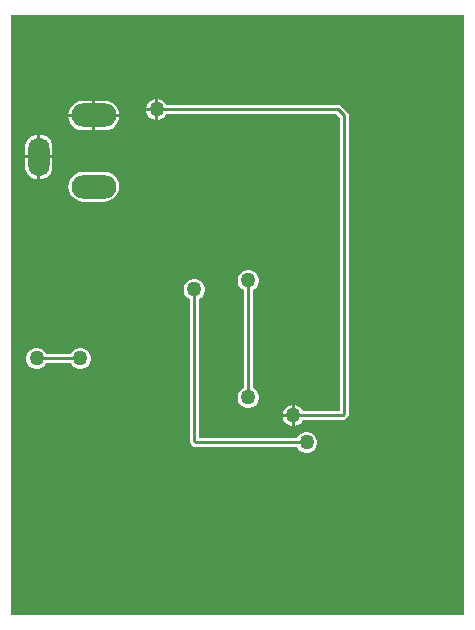
<source format=gbl>
%FSTAX23Y23*%
%MOIN*%
%SFA1B1*%

%IPPOS*%
%ADD15C,0.010000*%
%ADD26O,0.149606X0.078740*%
%ADD27O,0.070866X0.129921*%
%ADD28C,0.050000*%
%LNpcb_1-1*%
%LPD*%
G36*
X0151Y0D02*
X0D01*
Y02*
X0151*
Y0*
G37*
%LNpcb_1-2*%
%LPC*%
G36*
X0048Y01719D02*
X00471Y01717D01*
X00463Y01713*
X00456Y01706*
X00452Y01698*
X0045Y0169*
X0048*
Y01719*
G37*
G36*
X0031Y01714D02*
X0028D01*
Y0167*
X00359*
X00358Y01677*
X00353Y01689*
X00345Y017*
X00335Y01708*
X00323Y01713*
X0031Y01714*
G37*
G36*
X0027D02*
X00239D01*
X00226Y01713*
X00214Y01708*
X00204Y017*
X00196Y01689*
X00191Y01677*
X0019Y0167*
X0027*
Y01714*
G37*
G36*
X0048Y0168D02*
X0045D01*
X00452Y01671*
X00456Y01663*
X00463Y01656*
X00471Y01652*
X0048Y0165*
Y0168*
G37*
G36*
X00359Y0166D02*
X0028D01*
Y01615*
X0031*
X00323Y01616*
X00335Y01621*
X00345Y01629*
X00353Y0164*
X00358Y01652*
X00359Y0166*
G37*
G36*
X0027D02*
X0019D01*
X00191Y01652*
X00196Y0164*
X00204Y01629*
X00214Y01621*
X00226Y01616*
X00239Y01615*
X0027*
Y0166*
G37*
G36*
X00096Y01601D02*
Y01532D01*
X00137*
Y01556*
X00136Y01568*
X00131Y01579*
X00124Y01589*
X00114Y01596*
X00103Y016*
X00096Y01601*
G37*
G36*
X00086D02*
X0008Y016D01*
X00069Y01596*
X00059Y01589*
X00052Y01579*
X00047Y01568*
X00046Y01556*
Y01532*
X00086*
Y01601*
G37*
G36*
X00137Y01522D02*
X00096D01*
Y01452*
X00103Y01453*
X00114Y01457*
X00124Y01465*
X00131Y01474*
X00136Y01485*
X00137Y01497*
Y01522*
G37*
G36*
X00086D02*
X00046D01*
Y01497*
X00047Y01485*
X00052Y01474*
X00059Y01465*
X00069Y01457*
X0008Y01453*
X00086Y01452*
Y01522*
G37*
G36*
X0031Y01478D02*
X00239D01*
X00226Y01476*
X00214Y01471*
X00204Y01463*
X00196Y01453*
X00191Y01441*
X00189Y01428*
X00191Y01415*
X00196Y01403*
X00204Y01393*
X00214Y01385*
X00226Y0138*
X00239Y01378*
X0031*
X00323Y0138*
X00335Y01385*
X00345Y01393*
X00353Y01403*
X00358Y01415*
X0036Y01428*
X00358Y01441*
X00353Y01453*
X00345Y01463*
X00335Y01471*
X00323Y01476*
X0031Y01478*
G37*
G36*
X00234Y0089D02*
X00225D01*
X00216Y00887*
X00208Y00883*
X00201Y00876*
X00198Y0087*
X00116*
X00113Y00876*
X00106Y00883*
X00098Y00887*
X00089Y0089*
X0008*
X00071Y00887*
X00063Y00883*
X00056Y00876*
X00052Y00868*
X0005Y00859*
Y0085*
X00052Y00841*
X00056Y00833*
X00063Y00826*
X00071Y00822*
X0008Y0082*
X00089*
X00098Y00822*
X00106Y00826*
X00113Y00833*
X00116Y00839*
X00198*
X00201Y00833*
X00208Y00826*
X00216Y00822*
X00225Y0082*
X00234*
X00243Y00822*
X00251Y00826*
X00258Y00833*
X00262Y00841*
X00265Y0085*
Y00859*
X00262Y00868*
X00258Y00876*
X00251Y00883*
X00243Y00887*
X00234Y0089*
G37*
G36*
X00794Y0115D02*
X00785D01*
X00776Y01147*
X00768Y01143*
X00761Y01136*
X00757Y01128*
X00755Y01119*
Y0111*
X00757Y01101*
X00761Y01093*
X00768Y01086*
X00774Y01083*
Y00756*
X00768Y00753*
X00761Y00746*
X00757Y00738*
X00755Y00729*
Y0072*
X00757Y00711*
X00761Y00703*
X00768Y00696*
X00776Y00692*
X00785Y0069*
X00794*
X00803Y00692*
X00811Y00696*
X00818Y00703*
X00822Y00711*
X00825Y0072*
Y00729*
X00822Y00738*
X00818Y00746*
X00811Y00753*
X00805Y00756*
Y01083*
X00811Y01086*
X00818Y01093*
X00822Y01101*
X00825Y0111*
Y01119*
X00822Y01128*
X00818Y01136*
X00811Y01143*
X00803Y01147*
X00794Y0115*
G37*
G36*
X0049Y01719D02*
Y01685D01*
Y0165*
X00498Y01652*
X00506Y01656*
X00513Y01663*
X00516Y01669*
X01083*
X01094Y01658*
Y0068*
X00971*
X00968Y00686*
X00961Y00693*
X00953Y00697*
X00945Y00699*
Y00665*
Y0063*
X00953Y00632*
X00961Y00636*
X00968Y00643*
X00971Y00649*
X01104*
X01109Y0065*
X01114Y00654*
X0112Y0066*
X01124Y00665*
X01125Y0067*
Y01665*
X01124Y0167*
X0112Y01675*
X011Y01695*
X01095Y01699*
X0109Y017*
X00516*
X00513Y01706*
X00506Y01713*
X00498Y01717*
X0049Y01719*
G37*
G36*
X00935Y00699D02*
X00926Y00697D01*
X00918Y00693*
X00911Y00686*
X00907Y00678*
X00905Y0067*
X00935*
Y00699*
G37*
G36*
Y0066D02*
X00905D01*
X00907Y00651*
X00911Y00643*
X00918Y00636*
X00926Y00632*
X00935Y0063*
Y0066*
G37*
G36*
X00614Y0112D02*
X00605D01*
X00596Y01117*
X00588Y01113*
X00581Y01106*
X00577Y01098*
X00575Y01089*
Y0108*
X00577Y01071*
X00581Y01063*
X00588Y01056*
X00594Y01053*
Y0058*
X00595Y00575*
X00599Y0057*
X00605Y00564*
X0061Y0056*
X00615Y00559*
X00953*
X00956Y00553*
X00963Y00546*
X00971Y00542*
X0098Y0054*
X00989*
X00998Y00542*
X01006Y00546*
X01013Y00553*
X01017Y00561*
X0102Y0057*
Y00579*
X01017Y00588*
X01013Y00596*
X01006Y00603*
X00998Y00607*
X00989Y0061*
X0098*
X00971Y00607*
X00963Y00603*
X00956Y00596*
X00953Y0059*
X00625*
Y01053*
X00631Y01056*
X00638Y01063*
X00642Y01071*
X00645Y0108*
Y01089*
X00642Y01098*
X00638Y01106*
X00631Y01113*
X00623Y01117*
X00614Y0112*
G37*
%LNpcb_1-3*%
%LPD*%
G54D15*
X0109Y01685D02*
X0111Y01665D01*
X0094Y00665D02*
X01104D01*
X0111Y0067*
Y01665*
X0061Y0058D02*
Y01085D01*
X00615Y00575D02*
X00985D01*
X0061Y0058D02*
X00615Y00575D01*
X00485Y01685D02*
X0109D01*
X00085Y00855D02*
X0023D01*
X0079Y00725D02*
Y01115D01*
G54D26*
X00275Y01428D03*
Y01665D03*
G54D27*
X00091Y01527D03*
G54D28*
X00985Y00575D03*
X0061Y01085D03*
X0094Y00665D03*
X0023Y00855D03*
X00085D03*
X0079Y01115D03*
Y00725D03*
X00485Y01685D03*
M02*
</source>
